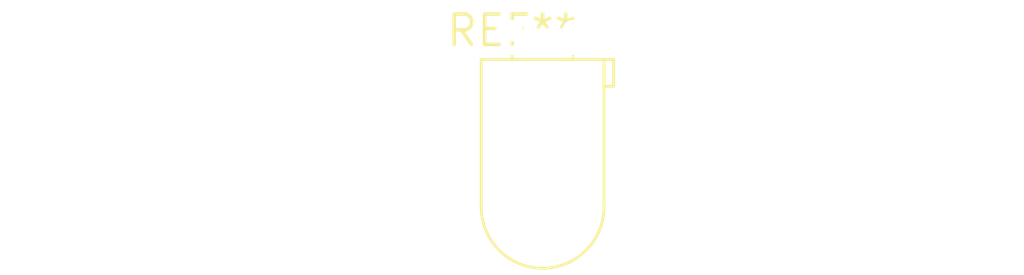
<source format=kicad_pcb>
(kicad_pcb (version 20240108) (generator pcbnew)
  (layers (0 "F.Cu" signal) (31 "B.Cu" signal) (34 "B.Paste" user) (35 "F.Paste" user) (36 "B.SilkS" user "B.Silkscreen") (37 "F.SilkS" user "F.Silkscreen") (38 "B.Mask" user) (39 "F.Mask" user) (44 "Edge.Cuts" user))
  (net 0 "")
  (footprint "LED_D5.0mm_Horizontal_O1.27mm_Z15.0mm" (layer "F.Cu") (at 0 0)
    (property "Reference" "REF**")
    (property "Value" "LED_D5.0mm_Horizontal_O1.27mm_Z15.0mm")
    (fp_line (start -1.29 1.21) (end -1.29 7.37) (layer "F.SilkS") (stroke (width 0.12)))
    (fp_line (start -1.29 1.21) (end 3.83 1.21) (layer "F.SilkS") (stroke (width 0.12)))
    (fp_line (start 0 1.08) (end 0 1.08) (layer "F.SilkS") (stroke (width 0.12)))
    (fp_line (start 0 1.08) (end 0 1.21) (layer "F.SilkS") (stroke (width 0.12)))
    (fp_line (start 0 1.21) (end 0 1.08) (layer "F.SilkS") (stroke (width 0.12)))
    (fp_line (start 0 1.21) (end 0 1.21) (layer "F.SilkS") (stroke (width 0.12)))
    (fp_line (start 2.54 1.08) (end 2.54 1.08) (layer "F.SilkS") (stroke (width 0.12)))
    (fp_line (start 2.54 1.08) (end 2.54 1.21) (layer "F.SilkS") (stroke (width 0.12)))
    (fp_line (start 2.54 1.21) (end 2.54 1.08) (layer "F.SilkS") (stroke (width 0.12)))
    (fp_line (start 2.54 1.21) (end 2.54 1.21) (layer "F.SilkS") (stroke (width 0.12)))
    (fp_line (start 3.83 1.21) (end 3.83 7.37) (layer "F.SilkS") (stroke (width 0.12)))
    (fp_line (start 3.83 1.21) (end 4.23 1.21) (layer "F.SilkS") (stroke (width 0.12)))
    (fp_line (start 3.83 2.33) (end 3.83 1.21) (layer "F.SilkS") (stroke (width 0.12)))
    (fp_line (start 4.23 1.21) (end 4.23 2.33) (layer "F.SilkS") (stroke (width 0.12)))
    (fp_line (start 4.23 2.33) (end 3.83 2.33) (layer "F.SilkS") (stroke (width 0.12)))
    (fp_arc (start 3.83 7.37) (mid 1.27 9.93) (end -1.29 7.37) (layer "F.SilkS") (stroke (width 0.12)))
    (pad "1" thru_hole rect (at 0 0) (size 1.8 1.8) (drill 0.9) (layers *.Cu *.Mask) (remove_unused_layers))
    (pad "2" thru_hole circle (at 2.54 0) (size 1.8 1.8) (drill 0.9) (layers *.Cu *.Mask) (remove_unused_layers))
  )
)
</source>
